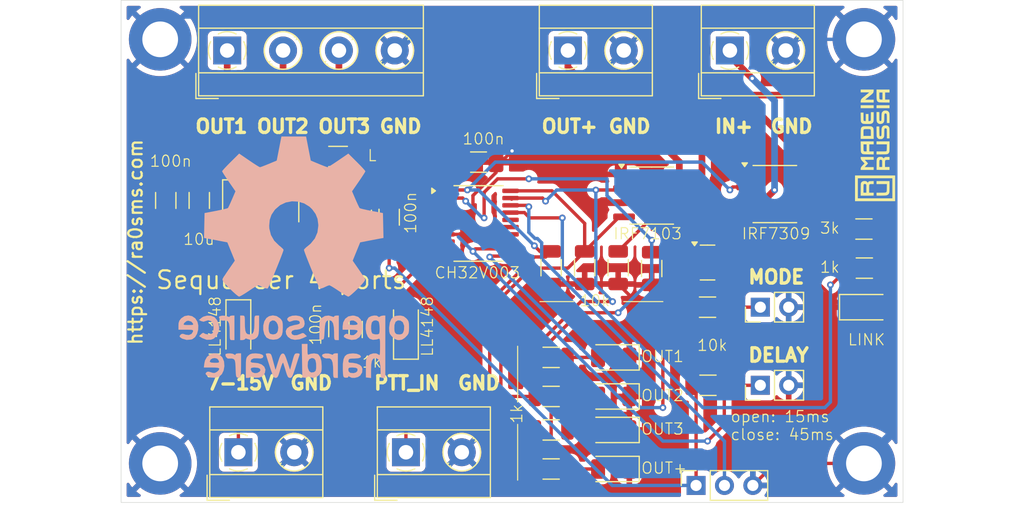
<source format=kicad_pcb>
(kicad_pcb (version 20240108) (generator "pcbnew") (generator_version "8.0")
  (layers (0 "F.Cu" signal) (31 "B.Cu" signal) (34 "B.Paste" user) (35 "F.Paste" user) (36 "B.SilkS" user "B.Silkscreen") (37 "F.SilkS" user "F.Silkscreen") (38 "B.Mask" user) (39 "F.Mask" user) (44 "Edge.Cuts" user))
  (net 0 "")
  (net 1 "GND")
  (net 2 "PTT_IN")
  (net 3 "Net-(U1-VO)")
  (net 4 "+5V")
  (net 5 "Net-(U2-PD7)")
  (net 6 "Net-(D1-K)")
  (net 7 "Net-(D1-A)")
  (net 8 "Net-(D2-A)")
  (net 9 "Net-(D2-K)")
  (net 10 "Net-(D3-A)")
  (net 11 "Net-(D4-A)")
  (net 12 "Net-(D5-A)")
  (net 13 "Net-(D6-A)")
  (net 14 "Net-(D7-A)")
  (net 15 "SWD")
  (net 16 "MODE")
  (net 17 "DELAY")
  (net 18 "Net-(J6-Pin_2)")
  (net 19 "Net-(J6-Pin_1)")
  (net 20 "Net-(J6-Pin_3)")
  (net 21 "Net-(J7-Pin_1)")
  (net 22 "Net-(J8-Pin_1)")
  (net 23 "OUT2")
  (net 24 "OUT1")
  (net 25 "OUT3")
  (net 26 "Net-(Q2B-G)")
  (net 27 "OUT+")
  (net 28 "Net-(U2-PC7)")
  (footprint "Connector_PinHeader_2.54mm:PinHeader_1x02_P2.54mm_Vertical" (layer "F.Cu") (at 219.725 114.5 90)
    (property "Reference" "J5" (hide yes))
    (property "Value" "DELAY")
  )
  (footprint "Resistor_SMD:R_1206_3216Metric" (layer "F.Cu") (at 201 103.9625 90)
    (property "Reference" "R12" (hide yes))
    (property "Value" "10k")
  )
  (footprint "Diode_SMD:D_MiniMELF" (layer "F.Cu") (at 188 109.5 90)
    (property "Reference" "D1" (hide yes))
    (property "Value" "LL4148")
  )
  (footprint "Package_TO_SOT_SMD:SOT-223-3_TabPin2" (layer "F.Cu") (at 175 98 90)
    (property "Reference" "U1" (hide yes))
    (property "Value" "AMS1117-5.0")
  )
  (footprint "Package_SO:SOIC-8_3.9x4.9mm_P1.27mm" (layer "F.Cu") (at 221.025 97.365)
    (property "Reference" "Q2" (hide yes))
    (property "Value" "IRF7309IPBF")
  )
  (footprint "Capacitor_SMD:C_1206_3216Metric_Pad1.33x1.80mm_HandSolder" (layer "F.Cu") (at 169.5 97.9375 -90)
    (property "Reference" "C3" (hide yes))
    (property "Value" "10u")
  )
  (footprint "Capacitor_SMD:C_1206_3216Metric_Pad1.33x1.80mm_HandSolder" (layer "F.Cu") (at 194.5 94.5)
    (property "Reference" "C4" (hide yes))
    (property "Value" "100n")
  )
  (footprint "LED_SMD:LED_1206_3216Metric" (layer "F.Cu") (at 206.6 118.5 180)
    (property "Reference" "D6" (hide yes))
    (property "Value" "OUT3")
  )
  (footprint "Diode_SMD:D_MiniMELF" (layer "F.Cu") (at 173 109.5 -90)
    (property "Reference" "D2" (hide yes))
    (property "Value" "LL4148")
  )
  (footprint "TerminalBlock_MetzConnect:TerminalBlock_MetzConnect_Type055_RT01502HDWU_1x02_P5.00mm_Horizontal" (layer "F.Cu") (at 188 120.5)
    (property "Reference" "J2" (hide yes))
    (property "Value" "PTT_IN")
  )
  (footprint "Connector_PinHeader_2.54mm:PinHeader_1x02_P2.54mm_Vertical" (layer "F.Cu") (at 219.725 107.5 90)
    (property "Reference" "J4" (hide yes))
    (property "Value" "MODE")
  )
  (footprint "LED_SMD:LED_1206_3216Metric" (layer "F.Cu") (at 206.6 115.5 180)
    (property "Reference" "D5" (hide yes))
    (property "Value" "OUT2")
  )
  (footprint "Resistor_SMD:R_1206_3216Metric" (layer "F.Cu") (at 229.0375 104 180)
    (property "Reference" "R4" (hide yes))
    (property "Value" "1k")
  )
  (footprint "Resistor_SMD:R_1206_3216Metric" (layer "F.Cu") (at 201 112)
    (property "Reference" "R5" (hide yes))
    (property "Value" "1k")
  )
  (footprint "LED_SMD:LED_1206_3216Metric" (layer "F.Cu") (at 206.6 112 180)
    (property "Reference" "D4" (hide yes))
    (property "Value" "OUT1")
  )
  (footprint "MountingHole:MountingHole_3.2mm_M3_DIN965_Pad" (layer "F.Cu") (at 229 121.5)
    (property "Reference" "REF**" (hide yes))
    (property "Value" "MountingHole_3.2mm_M3_DIN965_Pad")
  )
  (footprint "Resistor_SMD:R_1206_3216Metric" (layer "F.Cu") (at 184 99.5375 90)
    (property "Reference" "R9" (hide yes))
    (property "Value" "10k")
  )
  (footprint "LED_SMD:LED_1206_3216Metric" (layer "F.Cu") (at 229.1 107.5)
    (property "Reference" "D3" (hide yes))
    (property "Value" "LINK")
  )
  (footprint "MountingHole:MountingHole_3.2mm_M3_DIN965_Pad" (layer "F.Cu") (at 229 83.5)
    (property "Reference" "REF**" (hide yes))
    (property "Value" "MountingHole_3.2mm_M3_DIN965_Pad")
  )
  (footprint "Connector_PinSocket_2.54mm:PinSocket_1x03_P2.54mm_Vertical" (layer "F.Cu") (at 213.975 123.475 90)
    (property "Reference" "J3" (hide yes))
    (property "Value" "SWD")
  )
  (footprint "MountingHole:MountingHole_3.2mm_M3_DIN965_Pad" (layer "F.Cu") (at 166 83.5)
    (property "Reference" "REF**" (hide yes))
    (property "Value" "MountingHole_3.2mm_M3_DIN965_Pad")
  )
  (footprint "TerminalBlock_MetzConnect:TerminalBlock_MetzConnect_Type055_RT01502HDWU_1x02_P5.00mm_Horizontal" (layer "F.Cu") (at 173 120.5)
    (property "Reference" "J1" (hide yes))
    (property "Value" "7-15VDC")
  )
  (footprint "Resistor_SMD:R_1206_3216Metric" (layer "F.Cu") (at 207 103.9625 90)
    (property "Reference" "R10" (hide yes))
    (property "Value" "10k")
  )
  (footprint "TerminalBlock_MetzConnect:TerminalBlock_MetzConnect_Type055_RT01504HDWU_1x04_P5.00mm_Horizontal" (layer "F.Cu") (at 172 84.5)
    (property "Reference" "J6" (hide yes))
    (property "Value" "OUTPUTS")
  )
  (footprint "Capacitor_SMD:C_1206_3216Metric_Pad1.33x1.80mm_HandSolder" (layer "F.Cu") (at 182 109.4375 -90)
    (property "Reference" "C1" (hide yes))
    (property "Value" "100n")
  )
  (footprint "Capacitor_SMD:C_1206_3216Metric_Pad1.33x1.80mm_HandSolder" (layer "F.Cu") (at 186.5 99.4375 -90)
    (property "Reference" "C5" (hide yes))
    (property "Value" "100n")
  )
  (footprint "Package_TO_SOT_SMD:SOT-23" (layer "F.Cu") (at 215 103.5)
    (property "Reference" "Q3" (hide yes))
    (property "Value" "2N7002")
  )
  (footprint "LED_SMD:LED_1206_3216Metric" (layer "F.Cu") (at 206.6 122 180)
    (property "Reference" "D7" (hide yes))
    (property "Value" "OUT+")
  )
  (footprint "Resistor_SMD:R_1206_3216Metric" (layer "F.Cu") (at 201 118.5)
    (property "Reference" "R7" (hide yes))
    (property "Value" "1k")
  )
  (footprint "TerminalBlock_MetzConnect:TerminalBlock_MetzConnect_Type055_RT01502HDWU_1x02_P5.00mm_Horizontal" (layer "F.Cu") (at 217 84.5)
    (property "Reference" "J8" (hide yes))
    (property "Value" "IN_VDC")
  )
  (footprint "Resistor_SMD:R_1206_3216Metric" (layer "F.Cu") (at 215.0375 114.5 180)
    (property "Reference" "R2" (hide yes))
    (property "Value" "10k")
  )
  (footprint "Package_SO:SOIC-8_3.9x4.9mm_P1.27mm" (layer "F.Cu") (at 210 97.5)
    (property "Reference" "Q1" (hide yes))
    (property "Value" "IRF7103")
  )
  (footprint "Resistor_SMD:R_1206_3216Metric" (layer "F.Cu") (at 185 109.5 90)
    (property "Reference" "R3" (hide yes))
    (property "Value" "1k")
  )
  (footprint "Resistor_SMD:R_1206_3216Metric" (layer "F.Cu") (at 215 107.5 180)
    (property "Reference" "R1" (hide yes))
    (property "Value" "10k")
  )
  (footprint "MountingHole:MountingHole_3.2mm_M3_DIN965_Pad" (layer "F.Cu") (at 166 121.5)
    (property "Reference" "REF**" (hide yes))
    (property "Value" "MountingHole_3.2mm_M3_DIN965_Pad")
  )
  (footprint "Package_SO:TSSOP-20_4.4x6.5mm_P0.65mm" (layer "F.Cu") (at 194.5 100)
    (property "Reference" "U2" (hide yes))
    (property "Value" "CH32V003F4P6")
  )
  (footprint "Resistor_SMD:R_1206_3216Metric" (layer "F.Cu") (at 229 100.5)
    (property "Reference" "R14" (hide yes))
    (property "Value" "3k")
  )
  (footprint "Resistor_SMD:R_1206_3216Metric" (layer "F.Cu") (at 204 103.9625 90)
    (property "Reference" "R11" (hide yes))
    (property "Value" "10k")
  )
  (footprint "LOGO" (layer "F.Cu") (at 230 93 90)
    (property "Reference" "G***" (hide yes))
    (property "Value" "LOGO" (hide yes))
  )
  (footprint "Inductor_SMD:L_1206_3216Metric" (layer "F.Cu") (at 181.925 94)
    (property "Reference" "L1" (hide yes))
    (property "Value" "10u")
  )
  (footprint "Resistor_SMD:R_1206_3216Metric" (layer "F.Cu") (at 201 122)
    (property "Reference" "R8" (hide yes))
    (property "Value" "1k")
  )
  (footprint "Resistor_SMD:R_1206_3216Metric" (layer "F.Cu") (at 201 115.5)
    (property "Reference" "R6" (hide yes))
    (property "Value" "1k")
  )
  (footprint "TerminalBlock_MetzConnect:TerminalBlock_MetzConnect_Type055_RT01502HDWU_1x02_P5.00mm_Horizontal" (layer "F.Cu") (at 202.5 84.5)
    (property "Reference" "J7" (hide yes))
    (property "Value" "OUT+")
  )
  (footprint "Capacitor_SMD:C_1206_3216Metric_Pad1.33x1.80mm_HandSolder" (layer "F.Cu") (at 166.5 97.9375 -90)
    (property "Reference" "C2" (hide yes))
    (property "Value" "100n")
  )
  (footprint "Resistor_SMD:R_1206_3216Metric" (layer "F.Cu") (at 210 104.0375 90)
    (property "Reference" "R13" (hide yes))
    (property "Value" "10k")
  )
  (footprint "LOGO" (layer "B.Cu") (at 178 103 180)
    (property "Reference" "G***" (hide yes))
    (property "Value" "LOGO" (hide yes))
  )
  (gr_line (start 207.5 107) (end 211 107) (stroke (width 0.1)) (layer "F.SilkS"))
  (gr_line (start 198 118) (end 198 123) (stroke (width 0.1)) (layer "F.SilkS"))
  (gr_line (start 198 116) (end 198 111) (stroke (width 0.1)) (layer "F.SilkS"))
  (gr_line (start 203 107) (end 200 107) (stroke (width 0.1)) (layer "F.SilkS"))
  (gr_rect (start 162.5 80) (end 232.5 125) (stroke (width 0.05)) (fill none) (layer "Edge.Cuts"))
  (gr_text "10k" (at 203.5 107.5 0) (layer "F.SilkS") (effects (font (size 1 1) (thickness 0.1)) (justify left bottom)))
  (gr_text "3k" (at 225 101 0) (layer "F.SilkS") (effects (font (size 1 1) (thickness 0.1)) (justify left bottom)))
  (gr_text "GND" (at 192.5 115 0) (layer "F.SilkS") (effects (font (size 1.2 1.2) (thickness 0.3) (bold yes)) (justify left bottom)))
  (gr_text "IRF7103" (at 206.5 101.5 0) (layer "F.SilkS") (effects (font (size 1 1) (thickness 0.1)) (justify left bottom)))
  (gr_text "1k" (at 184 113 0) (layer "F.SilkS") (effects (font (size 1 1) (thickness 0.1)) (justify left bottom)))
  (gr_text "100n" (at 165 95 0) (layer "F.SilkS") (effects (font (size 1 1) (thickness 0.1)) (justify left bottom)))
  (gr_text "10k" (at 214 111.5 0) (layer "F.SilkS") (effects (font (size 1 1) (thickness 0.1)) (justify left bottom)))
  (gr_text "10u" (at 168 102 0) (layer "F.SilkS") (effects (font (size 1 1) (thickness 0.1)) (justify left bottom)))
  (gr_text "10k" (at 182.5 100.5 90) (layer "F.SilkS") (effects (font (size 1 1) (thickness 0.1)) (justify left bottom)))
  (gr_text "GND" (at 220.5 92 0) (layer "F.SilkS") (effects (font (size 1.2 1.2) (thickness 0.3) (bold yes)) (justify left bottom)))
  (gr_text "IN+" (at 215.5 92 0) (layer "F.SilkS") (effects (font (size 1.2 1.2) (thickness 0.3) (bold yes)) (justify left bottom)))
  (gr_text "OUT+" (at 209 122.5 0) (layer "F.SilkS") (effects (font (size 1 1) (thickness 0.1)) (justify left bottom)))
  (gr_text "OUT1" (at 209 112.5 0) (layer "F.SilkS") (effects (font (size 1 1) (thickness 0.1)) (justify left bottom)))
  (gr_text "GND" (at 185.5 92 0) (layer "F.SilkS") (effects (font (size 1.2 1.2) (thickness 0.3) (bold yes)) (justify left bottom)))
  (gr_text "CH32V003" (at 190.5 105 0) (layer "F.SilkS") (effects (font (size 1 1) (thickness 0.1)) (justify left bottom)))
  (gr_text "LL4148" (at 190.5 112 90) (layer "F.SilkS") (effects (font (size 1 1) (thickness 0.1)) (justify left bottom)))
  (gr_text "1k" (at 198.5 118 90) (layer "F.SilkS") (effects (font (size 1 1) (thickness 0.1)) (justify left bottom)))
  (gr_text "OUT+" (at 200 92 0) (layer "F.SilkS") (effects (font (size 1.2 1.2) (thickness 0.3) (bold yes)) (justify left bottom)))
  (gr_text "MODE" (at 218.5 105.5 0) (layer "F.SilkS") (effects (font (size 1.2 1.2) (thickness 0.3) (bold yes)) (justify left bottom)))
  (gr_text "OUT1" (at 169 92 0) (layer "F.SilkS") (effects (font (size 1.2 1.2) (thickness 0.3) (bold yes)) (justify left bottom)))
  (gr_text "Sequencer 4 ports" (at 165.5 106 0) (layer "F.SilkS") (effects (font (size 1.6 1.6) (thickness 0.2) (bold yes)) (justify left bottom)))
  (gr_text "https://ra0sms.com" (at 164.5 111 90) (layer "F.SilkS") (effects (font (size 1.2 1.2) (thickness 0.2) (bold yes)) (justify left bottom)))
  (gr_text "DELAY" (at 218.5 112.5 0) (layer "F.SilkS") (effects (font (size 1.2 1.2) (thickness 0.3) (bold yes)) (justify left bottom)))
  (gr_text "LL4148" (at 171.5 112 90) (layer "F.SilkS") (effects (font (size 1 1) (thickness 0.1)) (justify left bottom)))
  (gr_text "GND" (at 206 92 0) (layer "F.SilkS") (effects (font (size 1.2 1.2) (thickness 0.3) (bold yes)) (justify left bottom)))
  (gr_text "OUT3" (at 180 92 0) (layer "F.SilkS") (effects (font (size 1.2 1.2) (thickness 0.3) (bold yes)) (justify left bottom)))
  (gr_text "PTT_IN" (at 185 115 0) (layer "F.SilkS") (effects (font (size 1.2 1.2) (thickness 0.3) (bold yes)) (justify left bottom)))
  (gr_text "OUT2" (at 209 116 0) (layer "F.SilkS") (effects (font (size 1 1) (thickness 0.1)) (justify left bottom)))
  (gr_text "5V" (at 174 98.5 0) (layer "F.SilkS") (effects (font (size 1 1) (thickness 0.1)) (justify left bottom)))
  (gr_text "GND" (at 177.5 115 0) (layer "F.SilkS") (effects (font (size 1.2 1.2) (thickness 0.3) (bold yes)) (justify left bottom)))
  (gr_text "100n" (at 189 101 90) (layer "F.SilkS") (effects (font (size 1 1) (thickness 0.1)) (justify left bottom)))
  (gr_text "OUT2\n" (at 174.5 92 0) (layer "F.SilkS") (effects (font (size 1.2 1.2) (thickness 0.3) (bold yes)) (justify left bottom)))
  (gr_text "100n" (at 193 93 0) (layer "F.SilkS") (effects (font (size 1 1) (thickness 0.1)) (justify left bottom)))
  (gr_text "100n" (at 180.5 111 90) (layer "F.SilkS") (effects (font (size 1 1) (thickness 0.1)) (justify left bottom)))
  (gr_text "IRF7309" (at 218 101.5 0) (layer "F.SilkS") (effects (font (size 1 1) (thickness 0.1)) (justify left bottom)))
  (gr_text "L" (at 184.5 94.5 0) (layer "F.SilkS") (effects (font (size 1 1) (thickness 0.1)) (justify left bottom)))
  (gr_text "LINK" (at 227.5 111 0) (layer "F.SilkS") (effects (font (size 1 1) (thickness 0.1)) (justify left bottom)))
  (gr_text "1k" (at 225 104.5 0) (layer "F.SilkS") (effects (font (size 1 1) (thickness 0.1)) (justify left bottom)))
  (gr_text "OUT3" (at 209 119 0) (layer "F.SilkS") (effects (font (size 1 1) (thickness 0.1)) (justify left bottom)))
  (gr_text "open: 15ms\nclose: 45ms" (at 217 119.5 0) (layer "F.SilkS") (effects (font (size 1 1) (thickness 0.1)) (justify left bottom)))
  (gr_text "7-15V" (at 170 115 0) (layer "F.SilkS") (effects (font (size 1.2 1.2) (thickness 0.3) (bold yes)) (justify left bottom)))
  (segment (start 219.055 123.475) (end 222.265 120.265) (width 0.3) (layer "F.Cu") (net 1))
  (segment (start 207.075 105.5) (end 207 105.425) (width 0.3) (layer "F.Cu") (net 1))
  (segment (start 209 95.5) (end 208.905 95.595) (width 0.6) (layer "F.Cu") (net 1))
  (segment (start 208 115.5) (end 208 118.5) (width 0.3) (layer "F.Cu") (net 1))
  (segment (start 222.265 114.5) (end 222.265 107.5) (width 0.3) (layer "F.Cu") (net 1))
  (segment (start 174.5 124) (end 178 120.5) (width 0.3) (layer "F.Cu") (net 1))
  (segment (start 166 121.5) (end 168.5 124) (width 0.3) (layer "F.Cu") (net 1))
  (segment (start 211 105.5) (end 212.05 104.45) (width 0.3) (layer "F.Cu") (net 1))
  (segment (start 216.04 95.46) (end 215.5 96) (width 0.6) (layer "F.Cu") (net 1))
  (segment (start 182 116.5) (end 178 120.5) (width 0.3) (layer "F.Cu") (net 1))
  (segment (start 210 95.5) (end 209 95.5) (width 0.6) (layer "F.Cu") (net 1))
  (segment (start 222.265 120.265) (end 222.265 114.5) (width 0.3) (layer "F.Cu") (net 1))
  (segment (start 202.5 96.77) (end 202.5 94.5) (width 0.6) (layer "F.Cu") (net 1))
  (segment (start 163.5 98.5) (end 163.5 86) (width 0.3) (layer "F.Cu") (net 1))
  (segment (start 210 105.5) (end 211 105.5) (width 0.3) (layer "F.Cu") (net 1))
  (segment (start 207 94.5) (end 205 94.5) (width 0.6) (layer "F.Cu") (net 1))
  (segment (start 171.05 99.5) (end 172.7 101.15) (width 0.3) (layer "F.Cu") (net 1))
  (segment (start 210 105.5) (end 207.075 105.5) (width 0.3) (layer "F.Cu") (net 1))
  (segment (start 168.5 124) (end 174 124) (width 0.3) (layer "F.Cu") (net 1))
  (segment (start 227.075 107.5) (end 227.7 107.5) (width 0.3) (layer "F.Cu") (net 1))
  (segment (start 166.5 99.5) (end 169.5 99.5) (width 0.3) (layer "F.Cu") (net 1))
  (segment (start 189.5 124) (end 189 124) (width 0.3) (layer "F.Cu") (net 1))
  (segment (start 207 105.425) (end 204 105.425) (width 0.3) (layer "F.Cu") (net 1))
  (segment (start 208 118.5) (end 208 122) (width 0.3) (layer "F.Cu") (net 1))
  (segment (start 227.7 107.5) (end 222.265 107.5) (width 0.3) (layer "F.Cu") (net 1))
  (segment (start 207.525 95.595) (end 207 95.07) (width 0.6) (layer "F.Cu") (net 1))
  (segment (start 204 105.425) (end 201 105.425) (width 0.3) (layer "F.Cu") (net 1))
  (segment (start 196.0625 94.5) (end 196.0625 95.4375) (width 0.3) (layer "F.Cu") (net 1))
  (segment (start 174 124) (end 174.5 124) (width 0.3) (layer "F.Cu") (net 1))
  (segment (start 208.905 95.595) (end 207.525 95.595) (width 0.6) (layer "F.Cu") (net 1))
  (segment (start 215.5 96) (end 215.5 101) (width 0.6) (layer "F.Cu") (net 1))
  (segment (start 163.5 86) (end 166 83.5) (width 0.3) (layer "F.Cu") (net 1))
  (segment (start 186.5 101) (end 191.6125 101) (width 0.3) (layer "F.Cu") (net 1))
  (segment (start 191.6125 101) (end 191.6375 100.975) (width 0.3) (layer "F.Cu") (net 1))
  (segment (start 189 124) (end 174 124) (width 0.3) (layer "F.Cu") (net 1))
  (segment (start 223.5 121.5) (end 222.265 120.265) (width 0.3) (layer "F.Cu") (net 1))
  (segment (start 211 101) (end 210.5 100.5) (width 0.6) (layer "F.Cu") (net 1))
  (segment (start 224.025 104.45) (end 227.075 107.5) (width 0.3) (layer "F.Cu") (net 1))
  (segment (start 196.5 94.5) (end 197.5 93.5) (width 0.3) (layer "F.Cu") (net 1))
  (segment (start 208 122) (end 208 123.5) (width 0.3) (layer "F.Cu") (net 1))
  (segment (start 164.5 99.5) (end 163.5 98.5) (width 0.3) (layer "F.Cu") (net 1))
  (segment (start 212.05 104.45) (end 214.0625 104.45) (width 0.3) (layer "F.Cu") (net 1))
  (segment (start 210.5 96) (end 210 95.5) (width 0.6) (layer "F.Cu") (net 1))
  (segment (start 196.0625 95.4375) (end 194 97.5) (width 0.3) (layer "F.Cu") (net 1))
  (segment (start 215.5 101) (end 211 101) (width 0.6) (layer "F.Cu") (net 1))
  (segment (start 169.5 99.5) (end 171.05 99.5) (width 0.3) (layer "F.Cu") (net 1))
  (segment (start 194 100.5) (end 193.525 100.975) (width 0.3) (layer "F.Cu") (net 1))
  (segment (start 207.5 124) (end 189 124) (width 0.3) (layer "F.Cu") (net 1))
  (segment (start 208 123.5) (end 207.5 124) (width 0.3) (layer "F.Cu") (net 1))
  (segment (start 210.5 100.5) (end 210.5 96) (width 0.6) (layer "F.Cu") (net 1))
  (segment (start 207 95.07) (end 207 94.5) (width 0.6) (layer "F.Cu") (net 1))
  (segment (start 229 121.5) (end 223.5 121.5) (width 0.3) (layer "F.Cu") (net 1))
  (segment (start 194 97.5) (end 194 100.5) (width 0.3) (layer "F.Cu") (net 1))
  (segment (start 193 120.5) (end 189.5 124) (width 0.3) (layer "F.Cu") (net 1))
  (segment (start 182 111) (end 182 116.5) (width 0.3) (layer "F.Cu") (net 1))
  (segment (start 208 112) (end 208 106.425) (width 0.3) (layer "F.Cu") (net 1))
  (segment (start 214.0625 104.45) (end 224.025 104.45) (width 0.3) (layer "F.Cu") (net 1))
  (segment (start 193.525 100.975) (end 191.6375 100.975) (width 0.3) (layer "F.Cu") (net 1))
  (segment (start 207.525 98.135) (end 203.865 98.135) (width 0.6) (layer "F.Cu") (net 1))
  (segment (start 166.5 99.5) (end 164.5 99.5) (width 0.3) (layer "F.Cu") (net 1))
  (segment (start 203.865 98.135) (end 202.5 96.77) (width 0.6) (layer "F.Cu") (net 1))
  (segment (start 205 94.5) (end 196.0625 94.5) (width 0.6) (layer "F.Cu") (net 1))
  (segment (start 196.0625 94.5) (end 196.5 94.5) (width 0.3) (layer "F.Cu") (net 1))
  (segment (start 208 112) (end 208 115.5) (width 0.3) (layer "F.Cu") (net 1))
  (segment (start 208 106.425) (end 207 105.425) (width 0.3) (layer "F.Cu") (net 1))
  (segment (start 218.55 95.46) (end 216.04 95.46) (width 0.6) (layer "F.Cu") (net 1))
  (via (at 197.5 93.5) (size 0.6) (drill 0.3) (layers "F.Cu" "B.Cu") (net 1))
  (segment (start 231.85 86.35) (end 229 83.5) (width 0.3) (layer "B.Cu") (net 1))
  (segment (start 229 83.5) (end 223 83.5) (width 0.3) (layer "B.Cu") (net 1))
  (segment (start 168 81.5) (end 193.5 81.5) (width 0.3) (layer "B.Cu") (net 1))
  (segment (start 219 81.5) (end 222 84.5) (width 0.3) (layer "B.Cu") (net 1))
  (segment (start 229 121) (end 231.85 118.15) (width 0.3) (layer "B.Cu") (net 1))
  (segment (start 163.5 119) (end 166 121.5) (width 0.3) (layer "B.Cu") (net 1))
  (segment (start 163.5 86) (end 163.5 119) (width 0.3) (layer "B.Cu") (net 1))
  (segment (start 166 83.5) (end 163.5 86) (width 0.3) (layer "B.Cu") (net 1))
  (segment (start 223 83.5) (end 222 84.5) (width 0.3) (layer "B.Cu") (net 1))
  (segment (start 229 121.5) (end 229 121) (width 0.3) (layer "B.Cu") (net 1))
  (segment (start 210.5 81.5) (end 219 81.5) (width 0.3) (layer "B.Cu") (net 1))
  (segment (start 187.5 84.5) (end 190.5 81.5) (width 0.3) (layer "B.Cu") (net 1))
  (segment (start 196 93.5) (end 187 84.5) (width 0.3) (layer "B.Cu") (net 1))
  (segment (start 190.5 81.5) (end 193.5 81.5) (width 0.3) (layer "B.Cu") (net 1))
  (segment (start 231.85 118.15) (end 231.85 86.35) (width 0.3) (layer "B.Cu") (net 1))
  (segment (start 193.5 81.5) (end 210.5 81.5) (width 0.3) (layer "B.Cu") (net 1))
  (segment (start 197.5 93.5) (end 196 93.5) (width 0.3) (layer "B.Cu") (net 1))
  (segment (start 187 84.5) (end 187.5 84.5) (width 0.3) (layer "B.Cu") (net 1))
  (segment (start 207.5 84.5) (end 210.5 81.5) (width 0.3) (layer "B.Cu") (net 1))
  (segment (start 166 83.5) (end 168 81.5) (width 0.3) (layer "B.Cu") (net 1))
  (segment (start 190.1125 102.925) (end 191.6375 102.925) (width 0.3) (layer "F.Cu") (net 2))
  (segment (start 185 108.0375) (end 190.1125 102.925) (width 0.3) (layer "F.Cu") (net 2))
  (segment (start 184.8375 107.875) (end 185 108.0375) (width 0.3) (layer "F.Cu") (net 2))
  (segment (start 182 107.875) (end 184.8375 107.875) (width 0.3) (layer "F.Cu") (net 2))
  (segment (start 166.5 96.375) (end 169.5 96.375) (width 0.3) (layer "F.Cu") (net 3))
  (segment (start 179.5 94.85) (end 180.35 94) (width 0.3) (layer "F.Cu") (net 3))
  (segment (start 169.5 96.375) (end 173.475 96.375) (width 0.3) (layer "F.Cu") (net 3))
  (segment (start 175 94.85) (end 179.5 94.85) (width 0.3) (layer "F.Cu") (net 3))
  (segment (start 173.475 96.375) (end 175 94.85) (width 0.3) (layer "F.Cu") (net 3))
  (segment (start 175 101.15) (end 175 94.85) (width 0.3) (layer "F.Cu") (net 3))
  (segment (start 186.5 102.5) (end 181.5 102.5) (width 0.3) (layer "F.Cu") (net 4))
  (segment (start 191.6375 102.275) (end 188.725 102.275) (width 0.3) (layer "F.Cu") (net 4))
  (segment (start 213.575 107.5375) (end 213.5375 107.5) (width 0.3) (layer "F.Cu") (net 4))
  (segment (start 183.5 97.575) (end 184 98.075) (width 0.3) (layer "F.Cu") (net 4))
  (segment (start 181 98.5) (end 181.425 98.075) (width 0.3) (layer "F.Cu") (net 4))
  (segment (start 181.425 98.075) (end 184 98.075) (width 0.3) (layer "F.Cu") (net 4))
  (segment (start 192.4375 94) (end 192.9375 94.5) (width 0.3) (layer "F.Cu") (net 4))
  (segment (start 213.975 114.9) (end 213.575 114.5) (width 0.3) (layer "F.Cu") (net 4))
  (segment (start 188.725 102.275) (end 188.5 102.5) (width 0.3) (layer "F.Cu") (net 4))
  (segment (start 181 102) (end 181 98.5) (width 0.3) (layer "F.Cu") (net 4))
  (segment (start 183.5 94) (end 192.4375 94) (width 0.3) (layer "F.Cu") (net 4))
  (segment (start 186.5 104) (end 186.5 102.5) (width 0.3) (layer "F.Cu") (net 4))
  (segment (start 188.5 102.5) (end 186.5 102.5) (width 0.3) (layer "F.Cu") (net 4))
  (segment (start 213.575 114.5) (end 213.575 107.5375) (width 0.3) (layer "F.Cu") (net 4))
  (segment (start 183.5 94) (end 183.5 97.575) (width 0.3) (layer "F.Cu") (net 4))
  (segment (start 213.975 123.475) (end 213.975 114.9) (width 0.3) (layer "F.Cu") (net 4))
  (segment (start 181.5 102.5) (end 181 102) (width 0.3) (layer "F.Cu") (net 4))
  (via (at 186.5 104) (size 0.6) (drill 0.3) (layers "F.Cu" "B.Cu") (net 4))
  (segment (start 188 105) (end 187 104) (width 0.3) (layer "B.Cu") (net 4))
  (segment (start 206.475 123.475) (end 188 105) (width 0.3) (layer "B.Cu") (net 4))
  (segment (start 187 104) (end 186.5 104) (width 0.3) (layer "B.Cu") (net 4))
  (segment (start 213.975 123.475) (end 206.475 123.475) (width 0.3) (layer "B.Cu") (net 4))
  (segment (start 189.525 99.025) (end 191.6375 99.025) (width 0.3) (layer "F.Cu") (net 5))
  (segment (start 186.5 98.5) (end 184 101) (width 0.3) (layer "F.Cu") (net 5))
  (segment (start 186.5 97.875) (end 188.375 97.875) (width 0.3) (layer "F.Cu") (net 5))
  (segment (start 186.5 97.875) (end 186.5 98.5) (width 0.3) (layer "F.Cu") (net 5))
  (segment (start 188.375 97.875) (end 189.525 99.025) (width 0.3) (layer "F.Cu") (net 5))
  (segment (start 188 120.5) (end 188 111.25) (width 0.3) (layer "F.Cu") (net 6))
  (segment (start 188 107.75) (end 188 107.9625) (width 0.3) (layer "F.Cu") (net 7))
  (segment (start 188 107.9625) (end 185 110.9625) (width 0.3) (layer "F.Cu") (net 7))
  (segment (start 173 120.5) (end 173 111.25) (width 0.3) (layer "F.Cu") (net 8))
  (segment (start 177.3 101.15) (end 177.3 103.45) (width 0.3) (layer "F.Cu") (net 9))
  (segment (start 177.3 103.45) (end 173 107.75) (width 0.3) (layer "F.Cu") (net 9))
  (segment (start 230.5 104) (end 230.5 107.5) (width 0.3) (layer "F.Cu") (net 10))
  (segment (start 202.4625 112) (end 205.2 112) (width 0.3) (layer "F.Cu") (net 11))
  (segment (start 202.4625 115.5) (end 205.2 115.5) (width 0.3) (layer "F.Cu") (net 12))
  (segment (start 202.4625 118.5) (end 205.2 118.5) (width 0.3) (layer "F.Cu") (net 13))
  (segment (start 202.4625 122) (end 205.2 122) (width 0.3) (layer "F.Cu") (net 14))
  (segment (start 216.515 123.485) (end 216.5 123.5) (width 0.3) (layer "F.Cu") (net 15))
  (segment (start 198.875 98.375) (end 199 98.5) (width 0.3) (layer "F.Cu") (net 15))
  (segment (start 197.3625 98.375) (end 198.875 98.375) (width 0.3) (layer "F.Cu") (net 15))
  (via (at 199 98.5) (size 0.6) (drill 0.3) (layers "F.Cu" "B.Cu") (net 15))
  (segment (start 199 98.5) (end 199 100.792894) (width 0.3) (layer "B.Cu") (net 15))
  (segment (start 216.515 119.515) (end 216.515 123.475) (width 0.3) (layer "B.Cu") (net 15))
  (segment (start 200.15 103.15) (end 216.515 119.515) (width 0.3) (layer "B.Cu") (net 15))
  (segment (start 200.15 101.730761) (end 200.15 103.15) (width 0.3) (layer "B.Cu") (net 15))
  (segment (start 199.769239 101.35) (end 200.15 101.730761) (width 0.3) (layer "B.Cu") (net 15))
  (segment (start 199 100.792894) (end 199.557106 101.35) (width 0.3) (layer "B.Cu") (net 15))
  (segment (start 199.557106 101.35) (end 199.769239 101.35) (width 0.3) (layer "B.Cu") (net 15))
  (segment (start 212 106) (end 214.9625 106) (width 0.3) (layer "F.Cu") (net 16))
  (segment (start 214.9625 106) (end 216.4625 107.5) (width 0.3) (layer "F.Cu") (net 16))
  (segment (start 211 108.244544) (end 212 107.244544) (width 0.3) (layer "F.Cu") (net 16))
  (segment (start 212 107.244544) (end 212 106) (width 0.3) (layer "F.Cu") (net 16))
  (segment (start 197.3625 102.925) (end 195.575 102.925) (width 0.3) (layer "F.Cu") (net 16))
  (segment (start 219.725 107.5) (end 216.4625 107.5) (width 0.3) (layer "F.Cu") (net 16))
  (segment (start 195.575 102.925) (end 195.5 103) (width 0.3) (layer "F.Cu") (net 16))
  (segment (start 211 116.5) (end 211 108.244544) (width 0.3) (layer "F.Cu") (net 16))
  (via (at 211 116.5) (size 0.6) (drill 0.3) (layers "F.Cu" "B.Cu") (net 16))
  (via (at 195.5 103) (size 0.6) (drill 0.3) (layers "F.Cu" "B.Cu") (net 16))
  (segment (start 209 116.5) (end 211 116.5) (width 0.3) (layer "B.Cu") (net 16))
  (segment (start 195.5 103) (end 209 116.5) (width 0.3) (layer "B.Cu") (net 16))
  (segment (start 194.225 102.275) (end 194 102.5) (width 0.3) (layer "F.Cu") (net 17))
  (segment (start 215 119.5) (end 216.5 118) (width 0.3) (layer "F.Cu") (net 17))
  (segment (start 219.725 114.5) (end 216.5 114.5) (width 0.3) (layer "F.Cu") (net 17))
  (segment (start 216.5 118) (end 216.5 114.5) (width 0.3) (layer "F.Cu") (net 17))
  (segment (start 197.3625 102.275) (end 194.225 102.275) (width 0.3) (layer "F.Cu") (net 17))
  (via (at 215 119.5) (size 0.6) (drill 0.3) (layers "F.Cu" "B.Cu") (net 17))
  (via (at 194 102.5) (size 0.6) (drill 0.3) (layers "F.Cu" "B.Cu") (net 17))
  (segment (start 211 119.5) (end 215 119.5) (width 0.3) (layer "B.Cu") (net 17))
  (segment (start 192.7 101.2) (end 211 119.5) (width 0.3) (layer "B.Cu") (net 17))
  (segment (start 194 102.5) (end 192.7 101.2) (width 0.3) (layer "B.Cu") (net 17))
  (segment (start 212.475 98.135) (end 212.475 99.405) (width 0.3) (layer "F.Cu") (net 18))
  (segment (start 178 91) (end 212 91) (width 0.6) (layer "F.Cu") (net 18))
  (segment (start 212 91) (end 214.5 93.5) (width 0.6) (layer "F.Cu") (net 18))
  (segment (start 214.5 93.5) (end 214.5 98.5) (width 0.6) (layer "F.Cu") (net 18))
  (segment (start 177 84.5) (end 177 90) (width 0.6) (layer "F.Cu") (net 18))
  (segment (start 214.5 98.5) (end 213.595 99.405) (width 0.6) (layer "F.Cu") (net 18))
  (segment (start 177 90) (end 178 91) (width 0.6) (layer "F.Cu") (net 18))
  (segment (start 213.595 99.405) (end 212.475 99.405) (width 0.6) (layer "F.Cu") (net 18))
  (segment (start 172 84.5) (end 172 90.5) (width 0.6) (layer "F.Cu") (net 19))
  (segment (start 212.475 95.595) (end 212.475 96.865) (width 0.3) (layer "F.Cu") (net 19))
  (segment (start 210 92) (end 212.5 94.5) (width 0.6) (layer "F.Cu") (net 19))
  (segment (start 173.5 92) (end 210 92) (width 0.6) (layer "F.Cu") (net 19))
  (segment (start 172 90.5) (end 173.5 92) (width 0.6) (layer "F.Cu") (net 19))
  (segment (start 212.5 94.5) (end 212.475 94.525) (width 0.6) (layer "F.Cu") (net 19))
  (segment (start 212.475 94.525) (end 212.475 95.595) (width 0.6) (layer "F.Cu") (net 19))
  (segment (start 182 90) (end 219.5 90) (width 0.6) (layer "F.Cu") (net 20))
  (segment (start 223.5 94) (end 223.5 95.46) (width 0.6) (layer "F.Cu") (net 20))
  (segment (start 223.5 95.46) (end 223.5 96.73) (width 0.3) (layer "F.Cu") (net 20))
  (segment (start 219.5 90) (end 223.5 94) (width 0.6) (layer "F.Cu") (net 20))
  (segment (start 182 84.5) (end 182 90) (width 0.6) (layer "F.Cu") (net 20))
  (segment (start 226.5 90) (end 226.5 97.5) (width 0.6) (layer "F.Cu") (net 21))
  (segment (start 225 88.5) (end 226.5 90) (width 0.6) (layer "F.Cu") (net 21))
  (segment (start 223.5 98) (end 223.5 99.27) (width 0.3) (layer "F.Cu") (net 21))
  (segment (start 205 88.5) (end 225 88.5) (width 0.6) (layer "F.Cu") (net 21))
  (segment (start 202.5 84.5) (end 202.5 86) (width 0.6) (layer "F.Cu") (net 21))
  (segment (start 202.5 86) (end 205 88.5) (width 0.6) (layer "F.Cu") (net 21))
  (segment (start 226 98) (end 223.5 98) (width 0.6) (layer "F.Cu") (net 21))
  (segment (start 226.5 97.5) (end 226 98) (width 0.6) (layer "F.Cu") (net 21))
  (segment (start 220 98) (end 218.55 98) (width 0.6) (layer "F.Cu") (net 22))
  (segment (start 222.5 100.5) (end 220 98) (width 0.3) (layer "F.Cu") (net 22))
  (segment (start 217 85) (end 219 87) (width 0.6) (layer "F.Cu") (net 22))
  (segment (start 217 84.5) (end 217 85) (width 0.6) (layer "F.Cu") (net 22))
  (segment (start 227.5375 100.5) (end 222.5 100.5) (width 0.3) (layer "F.Cu") (net 22))
  (segment (start 221 97) (end 220 98) (width 0.6) (layer "F.Cu") (net 22))
  (via (at 221 97) (size 0.6) (drill 0.3) (layers "F.Cu" "B.Cu") (net 22))
  (via (at 219 87) (size 0.6) (drill 0.3) (layers "F.Cu" "B.Cu") (net 22))
  (segment (start 221 89) (end 221 97) (width 0.6) (layer "B.Cu") (net 22))
  (segment (start 219 87) (end 221 89) (width 0.6) (layer "B.Cu") (net 22))
  (segment (start 199.207106 104) (end 202.5 104) (width 0.3) (layer "F.Cu") (net 23))
  (segment (start 197 115.5) (end 196.5 115) (width 0.3) (layer "F.Cu") (net 23))
  (segment (start 201.075 97.075) (end 197.3625 97.075) (width 0.3) (layer "F.Cu") (net 23))
  (segment (start 204 100) (end 201.075 97.075) (width 0.3) (layer "F.Cu") (net 23))
  (segment (start 204 102.5) (end 204 100) (width 0.3) (layer "F.Cu") (net 23))
  (segment (start 199.5375 115.5) (end 197 115.5) (width 0.3) (layer "F.Cu") (net 23))
  (segment (start 202.5 104) (end 204 102.5) (width 0.3) (layer "F.Cu") (net 23))
  (segment (start 196.5 115) (end 196.5 106.707106) (width 0.3) (layer "F.Cu") (net 23))
  (segment (start 207.095 99.405) (end 207.525 99.405) (width 0.3) (layer "F.Cu") (net 23))
  (segment (start 204 102.5) (end 207.095 99.405) (width 0.3) (layer "F.Cu") (net 23))
  (segment (start 196.5 106.707106) (end 199.207106 104) (width 0.3) (layer "F.Cu") (net 23))
  (segment (start 207 102.5) (end 209.5 100) (width 0.3) (layer "F.Cu") (net 24))
  (segment (start 197.3625 97.725) (end 200.225 97.725) (width 0.3) (layer "F.Cu") (net 24))
  (segment (start 205 97) (end 207.39 97) (width 0.3) (layer "F.Cu") (net 24))
  (segment (start 203.6625 107) (end 206.5 107) (width 0.3) (layer "F.Cu") (net 24))
  (segment (start 199.5375 111.125) (end 203.6625 107) (width 0.3) (layer "F.Cu") (net 24))
  (segment (start 200.225 97.725) (end 200.5 98) (width 0.3) (layer "F.Cu") (net 24))
  (segment (start 199.5375 112) (end 199.5375 111.125) (width 0.3) (layer "F.Cu") (net 24))
  (segment (start 197.3625 97.725) (end 197.4625 97.825) (width 0.3) (layer "F.Cu") (net 24))
  (segment (start 209.365 96.865) (end 207.525 96.865) (width 0.3) (layer "F.Cu") (net 24))
  (segment (start 209.5 97) (end 209.365 96.865) (width 0.3) (layer "F.Cu") (net 24))
  (segment (start 209.5 100) (end 209.5 97) (width 0.3) (layer "F.Cu") (net 24))
  (segment (start 207.39 97) (end 207.525 96.865) (width 0.3) (layer "F.Cu") (net 24))
  (via (at 200.5 98) (size 0.6) (drill 0.3) (layers "F.Cu" "B.Cu") (net 24))
  (via (at 205 97) (size 0.6) (drill 0.3) (layers "F.Cu" "B.Cu") (net 24))
  (via (at 206.5 107) (size 0.6) (drill 0.3) (layers "F.Cu" "B.Cu") (net 24))
  (segment (start 205 105.5) (end 205 97) (width 0.3) (layer "B.Cu") (net 24))
  (segment (start 206.5 107) (end 205 105.5) (width 0.3) (layer "B.Cu") (net 24))
  (segment (start 201.5 97) (end 205 97) (width 0.3) (layer "B.Cu") (net 24))
  (segment (start 200.5 98) (end 201.5 97) (width 0.3) (layer "B.Cu") (net 24))
  (segment (start 201 102.5) (end 200 102.5) (width 0.3) (layer "F.Cu") (net 25))
  (segment (start 200.5 103) (end 199.5 103) (width 0.3) (layer "F.Cu") (net 25))
  (segment (start 193.5 97) (end 191.7125 97) (width 0.3) (layer "F.Cu") (net 25))
  (segment (start 195.5 118) (end 196 118.5) (width 0.3) (layer "F.Cu") (net 25))
  (segment (start 199.5 103) (end 195.5 107) (width 0.3) (layer "F.Cu") (net 25))
  (segment (start 200 102.5) (end 199.5 102) (width 0.3) (layer "F.Cu") (net 25))
  (segment (start 191.7125 97) (end 191.6375 97.075) (width 0.3) (layer "F.Cu") (net 25))
  (segment (start 196 118.5) (end 199.5375 118.5) (width 0.3) (layer "F.Cu") (net 25))
  (segment (start 201 102.5) (end 200.5 103) (width 0.3) (layer "F.Cu") (net 25))
  (segment (start 195.5 107) (end 195.5 118) (width 0.3) (layer "F.Cu") (net 25))
  (segment (start 217.27 96.73) (end 217 97) (width 0.3) (layer "F.Cu") (net 25))
  (segment (start 218.55 96.73) (end 217.27 96.73) (width 0.3) (layer "F.Cu") (net 25))
  (via (at 217 97) (size 0.6) (drill 0.3) (layers "F.Cu" "B.Cu") (net 25))
  (via (at 193.5 97) (size 0.6) (drill 0.3) (layers "F.Cu" "B.Cu") (net 25))
  (via (at 199.5 102) (size 0.6) (drill 0.3) (layers "F.Cu" "B.Cu") (net 25))
  (segment (start 199.5 102) (end 194.5 97) (width 0.3) (layer "B.Cu") (net 25))
  (segment (start 196 94.5) (end 193.5 97) (width 0.3) (layer "B.Cu") (net 25))
  (segment (start 194.5 97) (end 193.5 97) (width 0.3) (layer "B.Cu") (net 25))
  (segment (start 214.5 94.5) (end 196 94.5) (width 0.3) (layer "B.Cu") (net 25))
  (segment (start 217 97) (end 214.5 94.5) (width 0.3) (layer "B.Cu") (net 25))
  (segment (start 215.9375 103.5) (end 218.46875 100.96875) (width 0.3) (layer "F.Cu") (net 26))
  (segment (start 218.55 100.8875) (end 218.55 99.27) (width 0.3) (layer "F.Cu") (net 26))
  (segment (start 219.5 102) (end 218.46875 100.96875) (width 0.3) (layer "F.Cu") (net 26))
  (segment (start 218.46875 100.96875) (end 218.55 100.8875) (width 0.3) (layer "F.Cu") (net 26))
  (segment (start 229 102) (end 219.5 102) (width 0.3) (layer "F.Cu") (net 26))
  (segment (start 229 101.9625) (end 229 102) (width 0.3) (layer "F.Cu") (net 26))
  (segment (start 230.4625 100.5) (end 229 101.9625) (width 0.3) (layer "F.Cu") (net 26))
  (segment (start 196.207106 96) (end 195.603553 96.603553) (width 0.3) (layer "F.Cu") (net 27))
  (segment (start 210 102.575) (end 214.0375 102.575) (width 0.3) (layer "F.Cu") (net 27))
  (segment (start 195.603553 96.603553) (end 195 97.207106) (width 0.3) (layer "F.Cu") (net 27))
  (segment (start 200.5 122) (end 201 121.5) (width 0.3) (layer "F.Cu") (net 27))
  (segment (start 199.5375 122) (end 200.5 122) (width 0.3) (layer "F.Cu") (net 27))
  (segment (start 199 96) (end 196.207106 96) (width 0.3) (layer "F.Cu") (net 27))
  (segment (start 201 110.5) (end 203.5 108) (width 0.3) (layer "F.Cu") (net 27))
  (segment (start 214.0375 102.575) (end 214.0625 102.55) (width 0.3) (layer "F.Cu") (net 27))
  (segment (start 195 97.207106) (end 195 99.5) (width 0.3) (layer "F.Cu") (net 27))
  (segment (start 193.075 97.725) (end 191.6375 97.725) (width 0.3) (layer "F.Cu") (net 27))
  (segment (start 203.5 108) (end 207 108) (width 0.3) (layer "F.Cu") (net 27))
  (segment (start 193.35 98) (end 193.075 97.725) (width 0.3) (layer "F.Cu") (net 27))
  (segment (start 201 121.5) (end 201 110.5) (width 0.3) (layer "F.Cu") (net 27))
  (segment (start 210 102.575) (end 210 101.5) (width 0.3) (layer "F.Cu") (net 27))
  (via (at 193.35 98) (size 0.6) (drill 0.3) (layers "F.Cu" "B.Cu") (net 27))
  (via (at 199 96) (size 0.6) (drill 0.3) (layers "F.Cu" "B.Cu") (net 27))
  (via (at 210 101.5) (size 0.6) (drill 0.3) (layers "F.Cu" "B.Cu") (net 27))
  (via (at 207 108) (size 0.6) (drill 0.3) (layers "F.Cu" "B.Cu") (net 27))
  (via (at 195 99.5) (size 0.6) (drill 0.3) (layers "F.Cu" "B.Cu") (net 27))
  (segment (start 206 96) (end 199 96) (width 0.3) (layer "B.Cu") (net 27))
  (segment (start 194.85 99.5) (end 193.35 98) (width 0.3) (layer "B.Cu") (net 27))
  (segment (start 210 105) (end 210 101.5) (width 0.3) (layer "B.Cu") (net 27))
  (segment (start 206 97.5) (end 206 96) (width 0.3) (layer "B.Cu") (net 27))
  (segment (start 210 101.5) (end 206 97.5) (width 0.3) (layer "B.Cu") (net 27))
  (segment (start 195 99.5) (end 194.85 99.5) (width 0.3) (layer "B.Cu") (net 27))
  (segment (start 207 108) (end 210 105) (width 0.3) (layer "B.Cu") (net 27))
  (segment (start 226.075 105.5) (end 227.575 104) (width 0.3) (layer "F.Cu") (net 28))
  (segment (start 226 105.5) (end 226.075 105.5) (width 0.3) (layer "F.Cu") (net 28))
  (segment (start 198.605761 99.025) (end 199.080761 99.5) (width 0.3) (layer "F.Cu") (net 28))
  (segment (start 199.080761 99.5) (end 202 99.5) (width 0.3) (layer "F.Cu") (net 28))
  (segment (start 197.3625 99.025) (end 198.605761 99.025) (width 0.3) (layer "F.Cu") (net 28))
  (via (at 226 105.5) (size 0.6) (drill 0.3) (layers "F.Cu" "B.Cu") (net 28))
  (via (at 202 99.5) (size 0.6) (drill 0.3) (layers "F.Cu" "B.Cu") (net 28))
  (segment (start 202 103.919239) (end 214.580761 116.5) (width 0.3) (layer "B.Cu") (net 28))
  (segment (start 225.5 116.5) (end 226 116) (width 0.3) (layer "B.Cu") (net 28))
  (segment (start 226 116) (end 226 105.5) (width 0.3) (layer "B.Cu") (net 28))
  (segment (start 202 99.5) (end 202 103.919239) (width 0.3) (layer "B.Cu") (net 28))
  (segment (start 214.580761 116.5) (end 225.5 116.5) (width 0.3) (layer "B.Cu") (net 28))
  (zone (net 1) (net_name "GND") (layer "F.Cu") (name "up") (connect_pads (clearance 0.5)) (min_thickness 0.25) (fill yes (thermal_gap 0.5) (thermal_bridge_width 0.5))
    (polygon (pts (xy 162.5 80) (xy 232.5 80) (xy 232.5 125) (xy 162.5 125)))
  )
  (zone (net 1) (net_name "GND") (layer "B.Cu") (name "down") (priority 1) (connect_pads (clearance 0.5)) (min_thickness 0.25) (fill yes (thermal_gap 0.5) (thermal_bridge_width 0.5))
    (polygon (pts (xy 162.5 80) (xy 232.5 80) (xy 232.5 125) (xy 162.5 125)))
  )
)
</source>
